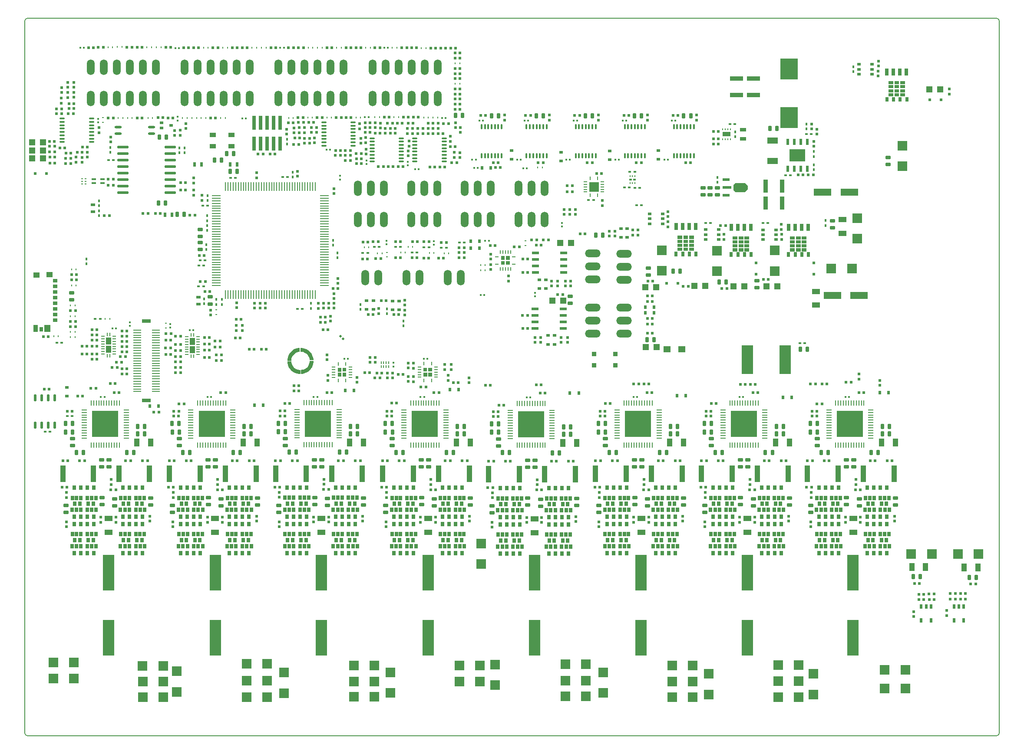
<source format=gbr>
G04 CAM350 V10.5 (Build 464) Date:  Wed Nov 01 10:35:18 2023 *
G04 Database: (Untitled) *
G04 Layer 8: gtp *
%FSLAX25Y25*%
%MOIN*%
%SFA1.000B1.000*%

%MIA0B0*%
%IPPOS*%
%AMA1gtp*
20,1,0.02200,-0.00660,0.00000,0.00660,0.00000,0.00000*
1,1,0.00680,-0.00660,-0.00760*
1,1,0.00680,-0.00660,0.00760*
20,1,0.00680,-0.00660,-0.00760,-0.00660,0.00760,0.00000*
1,1,0.00680,0.00660,-0.00760*
1,1,0.00680,0.00660,0.00760*
20,1,0.00680,0.00660,-0.00760,0.00660,0.00760,0.00000*
%
%AMA2gtp*
4,1,4,0.00000,0.01028,0.01028,0.00000,0.00000,-0.01028,-0.01028,0.00000,0.00000,0.01028,0.00000*
%
%AMA3gtp*
20,1,0.01320,-0.01100,0.00000,0.01100,0.00000,0.00000*
1,1,0.00680,-0.00760,0.00660*
1,1,0.00680,0.00760,0.00660*
20,1,0.00680,-0.00760,0.00660,0.00760,0.00660,0.00000*
1,1,0.00680,-0.00760,-0.00660*
1,1,0.00680,0.00760,-0.00660*
20,1,0.00680,-0.00760,-0.00660,0.00760,-0.00660,0.00000*
%
%AMA4gtp*
20,1,0.03740,-0.00875,0.00000,0.00875,0.00000,0.00000*
1,1,0.00960,-0.00875,-0.01390*
1,1,0.00960,-0.00875,0.01390*
20,1,0.00960,-0.00875,-0.01390,-0.00875,0.01390,0.00000*
1,1,0.00960,0.00875,-0.01390*
1,1,0.00960,0.00875,0.01390*
20,1,0.00960,0.00875,-0.01390,0.00875,0.01390,0.00000*
%
%AMA5gtp*
20,1,0.01750,-0.01870,0.00000,0.01870,0.00000,0.00000*
1,1,0.00960,-0.01390,0.00875*
1,1,0.00960,0.01390,0.00875*
20,1,0.00960,-0.01390,0.00875,0.01390,0.00875,0.00000*
1,1,0.00960,-0.01390,-0.00875*
1,1,0.00960,0.01390,-0.00875*
20,1,0.00960,-0.01390,-0.00875,0.01390,-0.00875,0.00000*
%
%ADD93C,0.00600*%
%ADD224C,0.02200*%
%ADD250O,0.05900X0.11900*%
%ADD251O,0.11900X0.05900*%
%ADD252R,0.03937X0.05315*%
%ADD253R,0.02359X0.01181*%
%ADD254R,0.02756X0.03543*%
%ADD255R,0.01201X0.01024*%
%ADD256R,0.05312X0.04918*%
%ADD257A1gtp*%
%ADD258R,0.08855X0.21847*%
%ADD259R,0.06099X0.00965*%
%ADD260R,0.06887X0.02950*%
%ADD261R,0.00984X0.01378*%
%ADD262R,0.01454X0.01454*%
%ADD263A2gtp*%
%ADD264A3gtp*%
%ADD265R,0.00784X0.02950*%
%ADD266R,0.02950X0.00784*%
%ADD267R,0.01378X0.00984*%
%ADD268R,0.04600X0.04600*%
%ADD269R,0.01965X0.01769*%
%ADD270R,0.00902X0.01375*%
%ADD271O,0.04524X0.01375*%
%ADD272A4gtp*%
%ADD273R,0.08855X0.27556*%
%ADD274R,0.13186X0.05312*%
%ADD275R,0.02162X0.02950*%
%ADD276O,0.01375X0.04524*%
%ADD277R,0.02950X0.02162*%
%ADD278R,0.06099X0.03343*%
%ADD279R,0.00784X0.01769*%
%ADD280R,0.01769X0.01965*%
%ADD281R,0.04721X0.02950*%
%ADD282A5gtp*%
%ADD283R,0.05312X0.02162*%
%ADD284R,0.06887X0.02162*%
%ADD285O,0.02950X0.00902*%
%ADD286O,0.00902X0.02950*%
%ADD287R,0.05800X0.02200*%
%ADD288R,0.07700X0.07700*%
%ADD289R,0.04131X0.06493*%
%ADD290R,0.01965X0.03737*%
%ADD291R,0.04328X0.12989*%
%ADD292R,0.02753X0.03540*%
%ADD293R,0.06493X0.04131*%
%ADD294R,0.00587X0.02359*%
%ADD295R,0.00587X0.02162*%
%ADD296O,0.04524X0.00784*%
%ADD297O,0.00784X0.04524*%
%ADD298R,0.19879X0.19879*%
%ADD299R,0.03737X0.02556*%
%ADD300R,0.04524X0.03934*%
%ADD301R,0.04524X0.04328*%
%ADD302R,0.04524X0.05509*%
%ADD303R,0.02531X0.03737*%
%ADD304R,0.03343X0.05312*%
%ADD305O,0.02162X0.05706*%
%ADD306R,0.02753X0.10824*%
%ADD307O,0.06887X0.00781*%
%ADD308O,0.00781X0.06887*%
%ADD309R,0.04524X0.03343*%
%ADD310O,0.08855X0.02162*%
%ADD311R,0.03147X0.02162*%
%ADD312R,0.02200X0.02200*%
%ADD313R,0.03343X0.03737*%
%ADD314R,0.03343X0.01375*%
%ADD315R,0.07800X0.07800*%
%ADD316R,0.02950X0.01965*%
%ADD317O,0.05509X0.01965*%
%ADD318R,0.03265X0.02438*%
%ADD319R,0.03540X0.10430*%
%ADD320R,0.08100X0.04800*%
%ADD321R,0.13580X0.15942*%
%ADD322R,0.01965X0.04721*%
%ADD323R,0.12005X0.09249*%
%ADD324R,0.02600X0.05400*%
%ADD325R,0.10430X0.03540*%
%ADD326R,0.02438X0.03265*%
%LNgtp*%
%LPD*%
G36*
X368420Y365544D02*
G01X365586D01*
Y368418*
X368420*
Y365544*
G37*
G36*
X368460Y361804D02*
G01X365586D01*
Y364638*
X368460*
Y361804*
G37*
G36*
X308779Y279804D02*
G01X305945D01*
Y282678*
X308779*
Y279804*
G37*
G36*
X243003Y279703D02*
G01X240169D01*
Y282577*
X243003*
Y279703*
G37*
G36*
X243043Y275963D02*
G01X240169D01*
Y278797*
X243043*
Y275963*
G37*
G36*
X372200Y365583D02*
G01X369326D01*
Y368418*
X372200*
Y365583*
G37*
G36*
Y361804D02*
G01X369365D01*
Y364678*
X372200*
Y361804*
G37*
G36*
X312559Y279843D02*
G01X309685D01*
Y282678*
X312559*
Y279843*
G37*
G36*
X246783Y279742D02*
G01X243909D01*
Y282577*
X246783*
Y279742*
G37*
G36*
X308819Y276063D02*
G01X305945D01*
Y278898*
X308819*
Y276063*
G37*
G36*
X246783Y275963D02*
G01X243948D01*
Y278837*
X246783*
Y275963*
G37*
G36*
X312559Y276063D02*
G01X309724D01*
Y278938*
X312559*
Y276063*
G37*
G36*
X671063Y500556D02*
G01X667520D01*
Y502918*
X671063*
Y500556*
G37*
G36*
X675591D02*
G01X672048D01*
Y502918*
X675591*
Y500556*
G37*
G36*
X671063Y497505D02*
G01X667520D01*
Y499867*
X671063*
Y497505*
G37*
G36*
X675591D02*
G01X672048D01*
Y499867*
X675591*
Y497505*
G37*
G36*
X671063Y491304D02*
G01X667520D01*
Y493666*
X671063*
Y491304*
G37*
G36*
X675591D02*
G01X672048D01*
Y493666*
X675591*
Y491304*
G37*
G36*
X504606Y381709D02*
G01X501063D01*
Y384071*
X504606*
Y381709*
G37*
G36*
X513661D02*
G01X510118D01*
Y384071*
X513661*
Y381709*
G37*
G36*
X590955Y381310D02*
G01X587412D01*
Y383672*
X590955*
Y381310*
G37*
G36*
X600010D02*
G01X596467D01*
Y383672*
X600010*
Y381310*
G37*
G36*
X551483Y381309D02*
G01X547940D01*
Y383671*
X551483*
Y381309*
G37*
G36*
X556011D02*
G01X552468D01*
Y383671*
X556011*
Y381309*
G37*
G36*
X504606Y378658D02*
G01X501063D01*
Y381020*
X504606*
Y378658*
G37*
G36*
X513661D02*
G01X510118D01*
Y381020*
X513661*
Y378658*
G37*
G36*
X551483Y378258D02*
G01X547940D01*
Y380620*
X551483*
Y378258*
G37*
G36*
X556011D02*
G01X552468D01*
Y380620*
X556011*
Y378258*
G37*
G36*
X504606Y375508D02*
G01X501063D01*
Y377870*
X504606*
Y375508*
G37*
G36*
X513661D02*
G01X510118D01*
Y377870*
X513661*
Y375508*
G37*
G36*
X590955Y375109D02*
G01X587412D01*
Y377471*
X590955*
Y375109*
G37*
G36*
X600010D02*
G01X596467D01*
Y377471*
X600010*
Y375109*
G37*
G36*
X551483Y375108D02*
G01X547940D01*
Y377470*
X551483*
Y375108*
G37*
G36*
X556011D02*
G01X552468D01*
Y377470*
X556011*
Y375108*
G37*
G36*
X504606Y372457D02*
G01X501063D01*
Y374819*
X504606*
Y372457*
G37*
G36*
X513661D02*
G01X510118D01*
Y374819*
X513661*
Y372457*
G37*
G36*
X590955Y372058D02*
G01X587412D01*
Y374420*
X590955*
Y372058*
G37*
G36*
X600010D02*
G01X596467D01*
Y374420*
X600010*
Y372058*
G37*
G36*
X551483Y372057D02*
G01X547940D01*
Y374419*
X551483*
Y372057*
G37*
G36*
X556011D02*
G01X552468D01*
Y374419*
X556011*
Y372057*
G37*
G36*
X587412Y367924D02*
G01X585050D01*
Y371467*
X587412*
Y367924*
G37*
G36*
X592530D02*
G01X590168D01*
Y371467*
X592530*
Y367924*
G37*
G36*
X602668D02*
G01X600306D01*
Y371467*
X602668*
Y367924*
G37*
G36*
X666536Y500556D02*
G01X662992D01*
Y502918*
X666536*
Y500556*
G37*
G36*
Y497505D02*
G01X662992D01*
Y499867*
X666536*
Y497505*
G37*
G36*
Y491304D02*
G01X662992D01*
Y493666*
X666536*
Y491304*
G37*
G36*
X662992Y487170D02*
G01X660630D01*
Y490714*
X662992*
Y487170*
G37*
G36*
X673130D02*
G01X670768D01*
Y490714*
X673130*
Y487170*
G37*
G36*
X678248D02*
G01X675886D01*
Y490714*
X678248*
Y487170*
G37*
G36*
X509134Y381709D02*
G01X505590D01*
Y384071*
X509134*
Y381709*
G37*
G36*
X595483Y381310D02*
G01X591939D01*
Y383672*
X595483*
Y381310*
G37*
G36*
X546956Y381309D02*
G01X543412D01*
Y383671*
X546956*
Y381309*
G37*
G36*
X509134Y378658D02*
G01X505590D01*
Y381020*
X509134*
Y378658*
G37*
G36*
X546956Y378258D02*
G01X543412D01*
Y380620*
X546956*
Y378258*
G37*
G36*
X509134Y375508D02*
G01X505590D01*
Y377870*
X509134*
Y375508*
G37*
G36*
X595483Y375109D02*
G01X591939D01*
Y377471*
X595483*
Y375109*
G37*
G36*
X546956Y375108D02*
G01X543412D01*
Y377470*
X546956*
Y375108*
G37*
G36*
X509134Y372457D02*
G01X505590D01*
Y374819*
X509134*
Y372457*
G37*
G36*
X595483Y372058D02*
G01X591939D01*
Y374420*
X595483*
Y372058*
G37*
G36*
X546956Y372057D02*
G01X543412D01*
Y374419*
X546956*
Y372057*
G37*
G36*
X501063Y368323D02*
G01X498701D01*
Y371867*
X501063*
Y368323*
G37*
G36*
X506181D02*
G01X503819D01*
Y371867*
X506181*
Y368323*
G37*
G36*
X516319D02*
G01X513957D01*
Y371867*
X516319*
Y368323*
G37*
G36*
X543412Y367923D02*
G01X541050D01*
Y371467*
X543412*
Y367923*
G37*
G36*
X553550D02*
G01X551188D01*
Y371467*
X553550*
Y367923*
G37*
G36*
X558668D02*
G01X556306D01*
Y371467*
X558668*
Y367923*
G37*
G36*
X671063Y494355D02*
G01X667520D01*
Y496718*
X671063*
Y494355*
G37*
G36*
X675591D02*
G01X672048D01*
Y496718*
X675591*
Y494355*
G37*
G36*
X590955Y378258D02*
G01X587412D01*
Y380621*
X590955*
Y378258*
G37*
G36*
X600010D02*
G01X596467D01*
Y380621*
X600010*
Y378258*
G37*
G36*
X597550Y367924D02*
G01X595187D01*
Y371467*
X597550*
Y367924*
G37*
G36*
X666536Y494355D02*
G01X662992D01*
Y496718*
X666536*
Y494355*
G37*
G36*
X668111Y487170D02*
G01X665748D01*
Y490714*
X668111*
Y487170*
G37*
G36*
X595483Y378258D02*
G01X591939D01*
Y380621*
X595483*
Y378258*
G37*
G36*
X511201Y368323D02*
G01X508838D01*
Y371867*
X511201*
Y368323*
G37*
G36*
X548531Y367923D02*
G01X546168D01*
Y371467*
X548531*
Y367923*
G37*
G36*
X552729Y417716D02*
G01X545229D01*
X543830Y419117*
X543829Y423316*
X545229Y424716*
X552729*
X555029Y422416*
Y420016*
X552729Y417716*
G37*
G36*
X221573Y288527D02*
G01X218573D01*
X218516Y289187*
X218210Y290476*
X217658Y291679*
X216882Y292752*
X215912Y293654*
X214785Y294348*
X213543Y294809*
X212236Y295019*
X211573Y295027*
Y298027*
X212533Y298052*
X214427Y297725*
X216220Y297036*
X217844Y296010*
X219237Y294686*
X220345Y293117*
X221126Y291361*
X221548Y289487*
X221573Y288527*
G37*
G36*
X204573Y288027D02*
G01X201573D01*
X201548Y288987*
X201875Y290881*
X202564Y292674*
X203590Y294298*
X204914Y295691*
X206483Y296799*
X208239Y297579*
X210113Y298002*
X211073Y298027*
Y295027*
X210413Y294970*
X209124Y294664*
X207921Y294112*
X206848Y293336*
X205946Y292366*
X205252Y291239*
X204791Y289997*
X204581Y288690*
X204573Y288027*
G37*
G36*
X212073Y278027D02*
G01Y281027D01*
X212733Y281084*
X214022Y281390*
X215225Y281942*
X216298Y282718*
X217200Y283688*
X217894Y284815*
X218355Y286057*
X218565Y287364*
X218573Y288027*
X221573*
X221598Y287067*
X221271Y285173*
X220582Y283380*
X219556Y281756*
X218232Y280363*
X216663Y279255*
X214907Y278475*
X213033Y278052*
X212073Y278027*
G37*
G36*
X210613Y278002D02*
G01X208719Y278329D01*
X206926Y279018*
X205302Y280044*
X203909Y281367*
X202801Y282937*
X202021Y284693*
X201598Y286567*
X201573Y287527*
X204573*
X204630Y286867*
X204936Y285578*
X205488Y284375*
X206264Y283302*
X207234Y282400*
X208361Y281706*
X209603Y281245*
X210910Y281035*
X211573Y281027*
Y278027*
X210613Y278002*
G37*
G54D250*
X50663Y513727D03*
X60663D03*
X70663D03*
X80662Y513702D03*
X90663Y513727D03*
X100663D03*
Y489427D03*
X90663D03*
X80663D03*
X70663Y489452D03*
X60663Y489427D03*
X50663D03*
X122729Y513727D03*
X132729D03*
X142730D03*
X152729Y513702D03*
X162730Y513727D03*
X172729D03*
Y489427D03*
X162730D03*
X152730D03*
X142730Y489452D03*
X132729Y489427D03*
X122729D03*
X194796Y513727D03*
X204796D03*
X214796D03*
X224796Y513702D03*
X234796Y513727D03*
X244796D03*
Y489427D03*
X234796D03*
X224796D03*
X214797Y489452D03*
X204796Y489427D03*
X194796D03*
X266863Y513727D03*
X276863D03*
X286863D03*
X296862Y513702D03*
X306863Y513727D03*
X316863D03*
Y489427D03*
X306863D03*
X296863D03*
X286863Y489452D03*
X276863Y489427D03*
X266863D03*
X389035Y420653D03*
X399035D03*
X379035D03*
X399035Y396653D03*
X379035D03*
X389035D03*
X303000Y352053D03*
X293000D03*
X265700Y396653D03*
X255700D03*
X275700D03*
X357800D03*
X337800D03*
X347800D03*
X316750D03*
X296750D03*
X306750D03*
X337800Y420653D03*
X357800D03*
X347800D03*
X296750D03*
X316750D03*
X306750D03*
X255700D03*
X275700D03*
X265700D03*
X334500Y352053D03*
X324500D03*
X271300D03*
X261300D03*
G54D251*
X436023Y308898D03*
Y328898D03*
Y318898D03*
Y350473D03*
Y370473D03*
Y360473D03*
X459842Y328898D03*
Y308898D03*
Y318898D03*
Y370375D03*
Y350375D03*
Y360374D03*
G54D252*
X128557Y296443D03*
Y302939D03*
X64263Y296779D03*
X64262Y303276D03*
G54D253*
X465071Y427189D03*
X467830D03*
G54D254*
X645016Y173526D03*
X651905D03*
X648461D03*
X645291Y182699D03*
X647220Y178211D03*
X651098D03*
X648598Y182699D03*
X651905D03*
X656709D03*
X660016D03*
X657516Y178211D03*
X661394D03*
X663323Y182699D03*
X660153Y173526D03*
X656709D03*
X663598D03*
X661807Y168211D03*
X656807D03*
X651807D03*
X646807D03*
X645016Y145573D03*
X651905D03*
X648461D03*
X645291Y154746D03*
X647220Y150258D03*
X651098D03*
X648598Y154746D03*
X651905D03*
X656709D03*
X660016D03*
X657516Y150258D03*
X661394D03*
X663323Y154746D03*
X660153Y145573D03*
X656709D03*
X663598D03*
X661807Y140258D03*
X656807D03*
X651807D03*
X646807D03*
X609558Y168211D03*
X614558D03*
X619558D03*
X624558D03*
X626349Y173526D03*
X619460D03*
X622905D03*
X626074Y182699D03*
X624145Y178211D03*
X620267D03*
X622767Y182699D03*
X619460D03*
X614656D03*
X611349D03*
X613849Y178211D03*
X609971D03*
X608042Y182699D03*
X611212Y173526D03*
X614656D03*
X607767D03*
Y145573D03*
X614656D03*
X611212D03*
X608042Y154746D03*
X609971Y150258D03*
X613849D03*
X611349Y154746D03*
X614656D03*
X619460D03*
X622767D03*
X620267Y150258D03*
X624145D03*
X626074Y154746D03*
X622905Y145573D03*
X619460D03*
X626349D03*
X624558Y140258D03*
X619558D03*
X614558D03*
X609558D03*
X563716Y173526D03*
X570605D03*
X567161D03*
X563991Y182699D03*
X565920Y178211D03*
X569798D03*
X567298Y182699D03*
X570605D03*
X575408D03*
X578716D03*
X576216Y178211D03*
X580093D03*
X582023Y182699D03*
X578853Y173526D03*
X575408D03*
X582298D03*
X580507Y168211D03*
X575507D03*
X570507D03*
X565507D03*
X526467Y173526D03*
X533357D03*
X529912D03*
X526742Y182699D03*
X528671Y178211D03*
X532549D03*
X530049Y182699D03*
X533357D03*
X538160D03*
X541467D03*
X538967Y178211D03*
X542845D03*
X544774Y182699D03*
X541605Y173526D03*
X538160D03*
X545050D03*
X543258Y168211D03*
X538258D03*
X533258D03*
X528258D03*
X526467Y145573D03*
X533357D03*
X529912D03*
X526742Y154746D03*
X528671Y150258D03*
X532550D03*
X530049Y154746D03*
X533357D03*
X538160D03*
X541467D03*
X538967Y150258D03*
X542845D03*
X544774Y154746D03*
X541605Y145573D03*
X538160D03*
X545050D03*
X543258Y140258D03*
X538258D03*
X533258D03*
X528258D03*
X400360Y173228D03*
X407250D03*
X403805D03*
X400636Y182401D03*
X402565Y177913D03*
X406443D03*
X403943Y182401D03*
X407250D03*
X412053D03*
X415360D03*
X412860Y177913D03*
X416738D03*
X418667Y182401D03*
X415498Y173228D03*
X412053D03*
X418943D03*
X417151Y167913D03*
X412151D03*
X407151D03*
X402151D03*
X445167Y173526D03*
X452057D03*
X448612D03*
X445442Y182699D03*
X447371Y178211D03*
X451249D03*
X448749Y182699D03*
X452057D03*
X456860D03*
X460167D03*
X457667Y178211D03*
X461545D03*
X463474Y182699D03*
X460305Y173526D03*
X456860D03*
X463750D03*
X461958Y168211D03*
X456958D03*
X451958D03*
X446958D03*
X482416Y173526D03*
X489305D03*
X485860D03*
X482691Y182699D03*
X484620Y178211D03*
X488498D03*
X485998Y182699D03*
X489305D03*
X494108D03*
X497416D03*
X494916Y178211D03*
X498793D03*
X500723Y182699D03*
X497553Y173526D03*
X494108D03*
X500998D03*
X499207Y168211D03*
X494207D03*
X489207D03*
X484207D03*
X482416Y145573D03*
X489305D03*
X485861D03*
X482691Y154746D03*
X484620Y150258D03*
X488498D03*
X485998Y154746D03*
X489305D03*
X494108D03*
X497416D03*
X494916Y150258D03*
X498794D03*
X500723Y154746D03*
X497553Y145573D03*
X494108D03*
X500998D03*
X499207Y140258D03*
X494207D03*
X489207D03*
X484207D03*
X445167Y145573D03*
X452057D03*
X448612D03*
X445442Y154746D03*
X447371Y150258D03*
X451250D03*
X448749Y154746D03*
X452057D03*
X456860D03*
X460167D03*
X457667Y150258D03*
X461545D03*
X463474Y154746D03*
X460305Y145573D03*
X456860D03*
X463750D03*
X461958Y140258D03*
X456958D03*
X451958D03*
X446958D03*
X363111Y173228D03*
X370001D03*
X366556D03*
X363387Y182401D03*
X365316Y177913D03*
X369194D03*
X366694Y182401D03*
X370001D03*
X374804D03*
X378111D03*
X375611Y177913D03*
X379489D03*
X381418Y182401D03*
X378249Y173228D03*
X374804D03*
X381694D03*
X379903Y167913D03*
X374903D03*
X369903D03*
X364903D03*
X363111Y145275D03*
X370001D03*
X366556D03*
X363387Y154448D03*
X365316Y149960D03*
X369194D03*
X366694Y154448D03*
X370001D03*
X374804D03*
X378111D03*
X375611Y149960D03*
X379489D03*
X381418Y154448D03*
X378249Y145275D03*
X374804D03*
X381694D03*
X379903Y139960D03*
X374903D03*
X369903D03*
X364903D03*
X400360Y145275D03*
X407250D03*
X403805D03*
X400636Y154448D03*
X402565Y149960D03*
X406443D03*
X403943Y154448D03*
X407250D03*
X412053D03*
X415360D03*
X412860Y149960D03*
X416738D03*
X418667Y154448D03*
X415498Y145275D03*
X412053D03*
X418943D03*
X417151Y139960D03*
X412151D03*
X407151D03*
X402151D03*
X281584Y173526D03*
X288474D03*
X285029D03*
X281860Y182699D03*
X283789Y178211D03*
X287667D03*
X285167Y182699D03*
X288474D03*
X293277D03*
X296584D03*
X294084Y178211D03*
X297962D03*
X299891Y182699D03*
X296722Y173526D03*
X293277D03*
X300167D03*
X298375Y168211D03*
X293375D03*
X288375D03*
X283376D03*
X318833Y145573D03*
X325723D03*
X322278D03*
X319109Y154746D03*
X321038Y150258D03*
X324916D03*
X322416Y154746D03*
X325723D03*
X330526D03*
X333833D03*
X331333Y150258D03*
X335211D03*
X337140Y154746D03*
X333971Y145573D03*
X330526D03*
X337416D03*
X335624Y140258D03*
X330624D03*
X325624D03*
X320624D03*
X318833Y173526D03*
X325723D03*
X322278D03*
X319109Y182699D03*
X321038Y178211D03*
X324916D03*
X322416Y182699D03*
X325723D03*
X330526D03*
X333833D03*
X331333Y178211D03*
X335211D03*
X337140Y182699D03*
X333971Y173526D03*
X330526D03*
X337416D03*
X335624Y168211D03*
X330624D03*
X325624D03*
X320624D03*
X236777Y173622D03*
X243667D03*
X240222D03*
X237053Y182795D03*
X238982Y178307D03*
X242860D03*
X240360Y182795D03*
X243667D03*
X248470D03*
X251777D03*
X249277Y178307D03*
X253155D03*
X255084Y182795D03*
X251915Y173622D03*
X248470D03*
X255360D03*
X253569Y168307D03*
X248569D03*
X243569D03*
X238569D03*
X281584Y145573D03*
X288474D03*
X285029D03*
X281860Y154746D03*
X283789Y150258D03*
X287667D03*
X285167Y154746D03*
X288474D03*
X293277D03*
X296584D03*
X294084Y150258D03*
X297962D03*
X299891Y154746D03*
X296722Y145573D03*
X293277D03*
X300167D03*
X298375Y140258D03*
X293375D03*
X288375D03*
X283376D03*
X236777Y145669D03*
X243667D03*
X240222D03*
X237053Y154842D03*
X238982Y150354D03*
X242860D03*
X240360Y154842D03*
X243667D03*
X248470D03*
X251777D03*
X249277Y150354D03*
X253155D03*
X255084Y154842D03*
X251915Y145669D03*
X248470D03*
X255360D03*
X253569Y140354D03*
X248569D03*
X243569D03*
X238569D03*
X199529Y173622D03*
X206418D03*
X202974D03*
X199804Y182795D03*
X201733Y178307D03*
X205611D03*
X203111Y182795D03*
X206418D03*
X211222D03*
X214529D03*
X212029Y178307D03*
X215906D03*
X217836Y182795D03*
X214666Y173622D03*
X211222D03*
X218111D03*
X216320Y168307D03*
X211320D03*
X206320D03*
X201320D03*
X199529Y145669D03*
X206418D03*
X202974D03*
X199804Y154842D03*
X201733Y150354D03*
X205611D03*
X203111Y154842D03*
X206418D03*
X211222D03*
X214529D03*
X212029Y150354D03*
X215906D03*
X217836Y154842D03*
X214666Y145669D03*
X211222D03*
X218111D03*
X216320Y140354D03*
X211320D03*
X206320D03*
X201320D03*
X155250Y173526D03*
X162140D03*
X158695D03*
X155526Y182699D03*
X157455Y178211D03*
X161333D03*
X158833Y182699D03*
X162140D03*
X166943D03*
X170250D03*
X167750Y178211D03*
X171628D03*
X173557Y182699D03*
X170388Y173526D03*
X166943D03*
X173833D03*
X172042Y168211D03*
X167042D03*
X162042D03*
X157042D03*
X118001Y173526D03*
X124891D03*
X121446D03*
X118277Y182699D03*
X120206Y178211D03*
X124084D03*
X121584Y182699D03*
X124891D03*
X129694D03*
X133001D03*
X130501Y178211D03*
X134379D03*
X136308Y182699D03*
X133139Y173526D03*
X129694D03*
X136584D03*
X134793Y168211D03*
X129793D03*
X124793D03*
X119793D03*
X118001Y145573D03*
X124891D03*
X121446D03*
X118277Y154746D03*
X120206Y150258D03*
X124084D03*
X121584Y154746D03*
X124891D03*
X129694D03*
X133001D03*
X130501Y150258D03*
X134379D03*
X136308Y154746D03*
X133139Y145573D03*
X129694D03*
X136584D03*
X134793Y140258D03*
X129793D03*
X124793D03*
X119793D03*
X155250Y145573D03*
X162140D03*
X158695D03*
X155526Y154746D03*
X157455Y150258D03*
X161333D03*
X158833Y154746D03*
X162140D03*
X166943D03*
X170250D03*
X167750Y150258D03*
X171628D03*
X173557Y154746D03*
X170388Y145573D03*
X166943D03*
X173833D03*
X172042Y140258D03*
X167042D03*
X162042D03*
X157042D03*
X563716Y145573D03*
X570605D03*
X567161D03*
X563991Y154746D03*
X565920Y150258D03*
X569798D03*
X567298Y154746D03*
X570605D03*
X575408D03*
X578716D03*
X576216Y150258D03*
X580093D03*
X582023Y154746D03*
X578853Y145573D03*
X575408D03*
X582298D03*
X580507Y140258D03*
X575507D03*
X570507D03*
X565507D03*
X36210Y173526D03*
X43100D03*
X39655D03*
X36486Y182699D03*
X38415Y178211D03*
X42293D03*
X39793Y182699D03*
X43100D03*
X47903D03*
X51210D03*
X48710Y178211D03*
X52588D03*
X54517Y182699D03*
X51348Y173526D03*
X47903D03*
X54793D03*
X53001Y168211D03*
X48001D03*
X43001D03*
X38001D03*
X73459Y173526D03*
X80349D03*
X76904D03*
X73735Y182699D03*
X75664Y178211D03*
X79541D03*
X77041Y182699D03*
X80349D03*
X85152D03*
X88459D03*
X85959Y178211D03*
X89837D03*
X91766Y182699D03*
X88597Y173526D03*
X85152D03*
X92042D03*
X90250Y168211D03*
X85250D03*
X80250D03*
X75250D03*
X73459Y145573D03*
X80349D03*
X76904D03*
X73735Y154746D03*
X75664Y150258D03*
X79541D03*
X77041Y154746D03*
X80349D03*
X85152D03*
X88459D03*
X85959Y150258D03*
X89837D03*
X91766Y154746D03*
X88597Y145573D03*
X85152D03*
X92042D03*
X90250Y140258D03*
X85250D03*
X80250D03*
X75250D03*
X36210Y145573D03*
X43100D03*
X39655D03*
X36486Y154746D03*
X38415Y150258D03*
X42293D03*
X39793Y154746D03*
X43100D03*
X47903D03*
X51210D03*
X48710Y150258D03*
X52588D03*
X54517Y154746D03*
X51348Y145573D03*
X47903D03*
X54793D03*
X53001Y140258D03*
X48001D03*
X43001D03*
X38001D03*
G54D255*
X46627Y428001D03*
Y426036D03*
X46628Y424066D03*
X43971Y424067D03*
X43972Y426034D03*
X43970Y428003D03*
G54D256*
X504382Y297027D03*
X492964D03*
G54D257*
X560683Y269804D03*
X556893D03*
X553039D03*
X549249D03*
X289363Y528427D03*
X293153D03*
X89963Y528927D03*
X86173D03*
X82263D03*
X78473D03*
X181663Y296927D03*
X185453D03*
X172263Y296847D03*
X176053D03*
X147075Y288342D03*
X150865D03*
X150875Y292609D03*
X147085D03*
X149875Y298648D03*
X146085D03*
X149840Y303291D03*
X146050D03*
X141675Y290609D03*
X137885D03*
X141675Y296142D03*
X137885D03*
X141740Y300891D03*
X137950D03*
X141775Y305891D03*
X137985D03*
X111863Y297927D03*
X108073D03*
X112163Y309027D03*
X108373D03*
X119516Y300529D03*
X115726D03*
X119516Y307029D03*
X115726D03*
X119516Y295929D03*
X115726D03*
X119516Y291229D03*
X115726D03*
X119516Y287129D03*
X115726D03*
X119526Y283029D03*
X115736D03*
X112063Y303927D03*
X108273D03*
X111963Y292827D03*
X108173D03*
X119516Y278829D03*
X115726D03*
X78463Y310827D03*
X74673D03*
X78463Y306927D03*
X74673D03*
X78463Y302927D03*
X74673D03*
X78463Y298927D03*
X74673D03*
X78463Y295027D03*
X74673D03*
X77163Y291127D03*
X73373D03*
X74163Y287027D03*
X70373D03*
X78463Y281927D03*
X74673D03*
X70863Y282827D03*
X67073D03*
X78463Y277927D03*
X74673D03*
X50763Y266927D03*
X54553D03*
X69463Y270627D03*
X65673D03*
X55363Y311927D03*
X51573D03*
X55363Y308027D03*
X51573D03*
X55363Y303927D03*
X51573D03*
X47763Y299127D03*
X43973D03*
X55363Y299327D03*
X51573D03*
X47763Y293127D03*
X43973D03*
X55383D03*
X51593D03*
X55383Y289227D03*
X51593D03*
X630373Y271527D03*
X634163D03*
X467373Y270127D03*
X471163D03*
X210353Y268827D03*
X206563D03*
X475273Y270127D03*
X479063D03*
X210353Y264966D03*
X206563D03*
X353673Y269227D03*
X357463D03*
X396353Y269427D03*
X392563D03*
X328973Y271127D03*
X332763D03*
X318563Y436827D03*
X322353D03*
X330663Y528227D03*
X326873D03*
X286663Y437127D03*
X290453D03*
X330163Y492927D03*
X333953D03*
X331563Y440127D03*
X327773D03*
X333963Y512527D03*
X330173D03*
X210263Y454127D03*
X206473D03*
X282763Y437127D03*
X278973D03*
X330163Y504827D03*
X333953D03*
X319263Y528327D03*
X323053D03*
X280663Y462752D03*
X284453D03*
X330163Y524427D03*
X333953D03*
X285917Y470527D03*
X289707D03*
X298163Y475127D03*
X301953D03*
X209763Y475027D03*
X213553D03*
X325163Y470327D03*
X321373D03*
X268763Y528427D03*
X272553D03*
X330163Y496827D03*
X333953D03*
X271463Y437227D03*
X275253D03*
X254263Y528627D03*
X258053D03*
X206198Y528527D03*
X202408D03*
X261263Y463427D03*
X265053D03*
X284463Y466527D03*
X280673D03*
X330163Y489227D03*
X333953D03*
X317263Y462727D03*
X321053D03*
X296963Y528427D03*
X300753D03*
X231963Y528627D03*
X235753D03*
X330163Y485227D03*
X333953D03*
X275963Y475127D03*
X279753D03*
X254363Y447127D03*
X258153D03*
X330463Y452727D03*
X326673D03*
X278363Y470527D03*
X282153D03*
X290563Y475127D03*
X294353D03*
X330163Y520527D03*
X333953D03*
X313450Y462727D03*
X309660D03*
X246663Y528627D03*
X250453D03*
X311663Y528327D03*
X315453D03*
X310883Y436927D03*
X314673D03*
X37163Y477927D03*
X33373D03*
X86263Y474627D03*
X90053D03*
X44263Y452327D03*
X48053D03*
X67863Y474627D03*
X64073D03*
X31661Y447440D03*
X35451D03*
X109863Y474727D03*
X113653D03*
X19063Y452827D03*
X22853D03*
X30663Y451627D03*
X26873D03*
X22863Y448727D03*
X19073D03*
X102163Y474754D03*
X105953D03*
X43963Y448227D03*
X40173D03*
X142663Y474427D03*
X146453D03*
X246063Y445827D03*
X249853D03*
X188863Y528527D03*
X192653D03*
X246063Y449727D03*
X249853D03*
X242363Y449627D03*
X238573D03*
X246063Y441927D03*
X249853D03*
X238463Y445827D03*
X242253D03*
X239090Y474988D03*
X242880D03*
X246690D03*
X250480D03*
X210049Y471127D03*
X213839D03*
X207163Y459327D03*
X210953D03*
X202163Y470827D03*
X205953D03*
X224363Y475027D03*
X228153D03*
X217963Y471127D03*
X221753D03*
X48873Y528627D03*
X52663D03*
X56463Y528927D03*
X60253D03*
X333933Y481327D03*
X330193D03*
X112053Y528977D03*
X108263D03*
X166901Y528527D03*
X170691D03*
X129673Y528627D03*
X133463D03*
X159273Y528527D03*
X163063D03*
X121973Y528627D03*
X125763D03*
X144473D03*
X148263D03*
X210073Y528527D03*
X213863D03*
X272653Y462827D03*
X268863D03*
X294173Y470427D03*
X297963D03*
X330173Y508627D03*
X333963D03*
X337252Y367151D03*
X333462D03*
X337232Y371088D03*
X333442D03*
X333472Y374926D03*
X337262D03*
X317652Y366802D03*
X321442D03*
X319762Y378969D03*
X323551D03*
X306346Y366799D03*
X310136D03*
X306384Y379575D03*
X310174D03*
X301385Y379612D03*
X297595D03*
X301031Y367151D03*
X297242D03*
X284587Y367268D03*
X288376D03*
X284599Y379641D03*
X288389D03*
X269440Y366671D03*
X273230D03*
X259285Y366356D03*
X263075D03*
X267458Y379513D03*
X271248D03*
X259598Y379270D03*
X263388D03*
X353669Y476526D03*
X349929D03*
X361263Y436427D03*
X365053D03*
X363341Y440392D03*
X359551D03*
X388168Y476526D03*
X384428D03*
X397841Y440392D03*
X394051D03*
X425868Y476526D03*
X422128D03*
X435541Y440392D03*
X431751D03*
X463568Y476526D03*
X459828D03*
X501268D03*
X497528D03*
X510940Y440392D03*
X507151D03*
X532321Y454479D03*
X528531D03*
X532331Y458527D03*
X528541D03*
X532321Y464379D03*
X528531D03*
X386025Y355943D03*
X382236D03*
X357245Y376693D03*
X361035D03*
X401857Y380930D03*
X398067D03*
X389067Y380929D03*
X392857D03*
X392492Y377006D03*
X396232D03*
X386025Y366278D03*
X382236D03*
X379529Y375726D03*
X375740D03*
X430120Y385471D03*
X426330D03*
X385927Y322872D03*
X382137D03*
X386025Y312914D03*
X382236D03*
X466773Y388719D03*
X470562D03*
X470573Y384486D03*
X466783D03*
X481665Y337833D03*
X477925D03*
X481709Y333699D03*
X477919D03*
X477910Y320411D03*
X481700D03*
X477910Y316376D03*
X481700D03*
X682946Y117007D03*
X686686D03*
X694248Y104421D03*
X698038D03*
X694148Y108817D03*
X697937D03*
X690070Y108661D03*
X686280D03*
X686266Y104519D03*
X690055D03*
X600709Y211222D03*
X604499D03*
X648957Y211253D03*
X652746D03*
X665746Y211153D03*
X661956D03*
X641456Y189053D03*
X637667D03*
X560157D03*
X556367D03*
X518819Y190848D03*
X522609D03*
X600119D03*
X603909D03*
X617423Y211124D03*
X613633D03*
X640227Y263623D03*
X644017D03*
X567657Y211253D03*
X571446D03*
X584446Y211153D03*
X580657D03*
X558927Y263623D03*
X562717D03*
X477627D03*
X481417D03*
X536123Y211124D03*
X532333D03*
X519409Y211222D03*
X523199D03*
X322774Y211253D03*
X326564D03*
X503146Y211153D03*
X499356D03*
X486356Y211253D03*
X490146D03*
X454823Y211124D03*
X451033D03*
X438109Y211222D03*
X441899D03*
X437519Y190848D03*
X441308D03*
X478857Y189053D03*
X475067D03*
X404301Y210956D03*
X408091D03*
X421091Y210856D03*
X417301D03*
X286586Y277597D03*
X290326D03*
X274136Y278679D03*
X270346D03*
X264637Y278876D03*
X260897D03*
X272511Y274841D03*
X268771D03*
X395572Y263325D03*
X399362D03*
X372767Y210826D03*
X368977D03*
X356054Y210925D03*
X359843D03*
X396801Y188755D03*
X393011D03*
X355463Y190551D03*
X359253D03*
X273936Y190848D03*
X277726D03*
X315274Y189053D03*
X311484D03*
X339564Y211153D03*
X335774D03*
X314045Y263623D03*
X317834D03*
X304148Y267781D03*
X307937D03*
X274527Y211222D03*
X278316D03*
X291240Y211124D03*
X287450D03*
X232733Y311927D03*
X228993D03*
X226856Y317507D03*
X230646D03*
X226856Y321641D03*
X230646D03*
X231989Y263718D03*
X235779D03*
X209185Y211220D03*
X205395D03*
X192471Y211318D03*
X196261D03*
X257508Y211249D03*
X253718D03*
X240718Y211349D03*
X244508D03*
X233218Y189149D03*
X229429D03*
X191881Y190944D03*
X195670D03*
X150462Y263623D03*
X154252D03*
X606835Y270278D03*
X603045D03*
X159191Y211253D03*
X162981D03*
X175981Y211153D03*
X172191D03*
X127657Y211124D03*
X123868D03*
X110944Y211222D03*
X114734D03*
X151691Y189053D03*
X147901D03*
X110353Y190848D03*
X114143D03*
X99063Y248727D03*
X102853D03*
X68671Y263623D03*
X72461D03*
X29153Y211222D03*
X32942D03*
X42076Y211124D03*
X45866D03*
X90400Y211153D03*
X94190D03*
X81190Y211253D03*
X77400D03*
X66110Y189053D03*
X69900D03*
X32352Y190848D03*
X28562D03*
X726080Y116461D03*
X729820D03*
X469451Y440392D03*
X473241D03*
X64817Y399529D03*
X61027D03*
X607946Y249353D03*
X604157D03*
X611921Y254827D03*
X608131D03*
X604172Y245552D03*
X607912D03*
X526646Y249353D03*
X522856D03*
X530720Y255123D03*
X526931D03*
X522872Y245552D03*
X526612D03*
X445346Y249353D03*
X441557D03*
X449421Y255123D03*
X445631D03*
X441572Y245552D03*
X445312D03*
X363291Y249055D03*
X359501D03*
X367728Y254040D03*
X363938D03*
X359517Y245254D03*
X363257D03*
X281764Y249353D03*
X277974D03*
X285346Y255418D03*
X281556D03*
X277990Y245552D03*
X281730D03*
X199708Y249449D03*
X195918D03*
X203457Y255319D03*
X199667D03*
X195934Y245647D03*
X199674D03*
X118181Y249353D03*
X114391D03*
X122157Y255024D03*
X118368D03*
X114407Y245552D03*
X118147D03*
X481763Y309093D03*
X477973D03*
X478200Y349250D03*
X481990D03*
X570608Y350529D03*
X566819D03*
X538870Y343640D03*
X535080D03*
X509244Y345215D03*
X505454D03*
X615684Y270298D03*
X611894D03*
X40513Y260930D03*
X44303D03*
X32600Y249353D03*
X36390D03*
X710449Y104881D03*
X714239D03*
X722049Y104781D03*
X718260D03*
X722039Y109181D03*
X718249D03*
X714249Y109081D03*
X710460D03*
X138491Y348952D03*
X134701D03*
X14868Y266222D03*
X18658D03*
X165463Y305623D03*
X161673D03*
X236563Y343627D03*
X240353D03*
X166125Y320027D03*
X162335D03*
X137800Y369001D03*
X134010D03*
X90800Y401153D03*
X94590D03*
X104000D03*
X100210D03*
X277462Y334092D03*
X273673D03*
X138305Y341167D03*
X142094D03*
X36000Y354201D03*
X39790D03*
X36000Y350101D03*
X39790D03*
X35101Y326501D03*
X38890D03*
X38900Y314301D03*
X35110D03*
X38900Y318301D03*
X35110D03*
X19180Y440027D03*
X22970D03*
X19180Y444427D03*
X22970D03*
X537856Y391984D03*
X534066D03*
X22663Y456727D03*
X18873D03*
X64100Y423053D03*
X67890D03*
X64100Y427453D03*
X67890D03*
X119600Y424753D03*
X123390D03*
X119500Y419253D03*
X123290D03*
X130600Y400053D03*
X126810D03*
X412895Y339014D03*
X409106D03*
X442805Y431980D03*
X439015D03*
X420249Y417799D03*
X416459D03*
X14269Y306619D03*
X18059D03*
X420249Y422523D03*
X416459D03*
X188300Y446990D03*
X192090D03*
X182900Y446890D03*
X179110D03*
X267452Y323623D03*
X263662D03*
X286967Y323647D03*
X283177D03*
X593621Y430844D03*
X597411D03*
X601421D03*
X605211D03*
G54D258*
X554606Y288827D03*
X583740D03*
G54D259*
X86376Y284090D03*
Y291964D03*
Y299838D03*
Y307712D03*
Y270311D03*
Y268342D03*
Y266373D03*
Y264405D03*
Y303775D03*
Y301807D03*
Y297869D03*
Y295901D03*
Y293933D03*
Y289995D03*
Y288027D03*
Y286059D03*
Y282121D03*
Y280153D03*
Y311649D03*
Y309681D03*
Y305743D03*
Y278185D03*
Y276216D03*
Y274247D03*
Y272279D03*
X100549Y284090D03*
Y291964D03*
Y299838D03*
Y307712D03*
Y270311D03*
Y268342D03*
Y266373D03*
Y264405D03*
Y303775D03*
Y301807D03*
Y297869D03*
Y295901D03*
Y293933D03*
Y289995D03*
Y288027D03*
Y286059D03*
Y282121D03*
Y280153D03*
Y311649D03*
Y309681D03*
Y305743D03*
Y278185D03*
Y276216D03*
Y274247D03*
Y272279D03*
G54D260*
X93463Y318539D03*
Y257515D03*
G54D224*
X203502Y284484D03*
G54D261*
X282091Y528427D03*
X285634D03*
X97234Y528927D03*
X93691D03*
X67434D03*
X63891D03*
X235434Y475027D03*
X231891D03*
X333834Y500827D03*
X330291D03*
X202491Y474727D03*
X206034D03*
X261791Y528527D03*
X265334D03*
X268791Y475127D03*
X272335D03*
X224691Y528627D03*
X228235D03*
X309734Y475027D03*
X306191D03*
X333834Y516527D03*
X330291D03*
X304391Y528327D03*
X307935D03*
X220753Y475027D03*
X217209D03*
X283391Y475127D03*
X286934D03*
X239391Y528627D03*
X242934D03*
X257725Y474888D03*
X254182D03*
X75234Y474627D03*
X71691D03*
X78891D03*
X82434D03*
X94591D03*
X98134D03*
X124534Y474577D03*
X120991D03*
X128291Y474627D03*
X131834D03*
X135391D03*
X138934D03*
X153834Y474427D03*
X150291D03*
X74634Y529127D03*
X71091D03*
X313291Y475027D03*
X316834D03*
X104634Y528927D03*
X101091D03*
X174420Y528527D03*
X177963D03*
X140734D03*
X137191D03*
X181620D03*
X185163D03*
X151991Y528627D03*
X155534D03*
X217591D03*
X221134D03*
X321822Y370707D03*
X325365D03*
X314047Y370904D03*
X310503D03*
X297708Y375431D03*
X294165D03*
X292098Y371396D03*
X288555D03*
X270740Y370707D03*
X274283D03*
X264047Y375234D03*
X260503D03*
X393791Y436527D03*
X397334D03*
X65244Y320320D03*
X61701D03*
X39371Y345994D03*
X35828D03*
X35028Y330501D03*
X38572D03*
Y306230D03*
X35028D03*
Y322401D03*
X38572D03*
Y310301D03*
X35028D03*
X353374Y357543D03*
X349831D03*
Y361677D03*
X353374D03*
X25750Y306807D03*
X22207D03*
X35828Y358201D03*
X39371D03*
G54D262*
X278741Y528427D03*
X275985D03*
X45241D03*
X42485D03*
X126680Y311491D03*
X129435D03*
X69991Y312827D03*
X67236D03*
X169741Y474127D03*
X166985D03*
X118241Y528327D03*
X115485D03*
X196085Y528527D03*
X198841D03*
X261112Y475088D03*
X263868D03*
X322941Y474627D03*
X320185D03*
X231485Y450227D03*
X234241D03*
X349043Y472647D03*
X351799D03*
X343459Y442557D03*
X346215D03*
X383543Y472647D03*
X386299D03*
X377959Y442557D03*
X380715D03*
X421243Y472647D03*
X423999D03*
X415659Y442557D03*
X418415D03*
X344885Y436127D03*
X347641D03*
X453359Y442557D03*
X456115D03*
X458943Y472647D03*
X461699D03*
X496643D03*
X499399D03*
X352750Y338423D03*
X349994D03*
X306369Y289604D03*
X309125D03*
X245149D03*
X247905D03*
X493814Y442557D03*
X491058D03*
X629971Y260238D03*
X632727D03*
X548671D03*
X551427D03*
X467372D03*
X470127D03*
X385316Y259941D03*
X388072D03*
X303789Y260238D03*
X306545D03*
X221733Y260334D03*
X224489D03*
X140206Y260238D03*
X142962D03*
X385464Y435864D03*
X382708D03*
X58415Y260238D03*
X61171D03*
X299508Y435360D03*
X302264D03*
X353445Y380355D03*
X356201D03*
G54D263*
X242429Y306861D03*
X244378Y304912D03*
G54D264*
X225363Y328327D03*
Y332117D03*
X162563Y332617D03*
Y328827D03*
X640363Y274037D03*
Y277827D03*
X341063Y275017D03*
Y271227D03*
X309663Y470427D03*
Y466637D03*
X276763Y462827D03*
Y466617D03*
X297645Y462727D03*
Y466517D03*
X317463Y470427D03*
Y466637D03*
X262063Y450727D03*
Y446937D03*
X294863Y456827D03*
Y453037D03*
X301645Y462727D03*
Y466517D03*
X265063Y467227D03*
Y471017D03*
X214763Y455127D03*
Y458917D03*
X268963Y467227D03*
Y471017D03*
X333863Y444188D03*
Y447978D03*
X334413Y467402D03*
Y463613D03*
X261763Y455627D03*
Y459417D03*
X329663Y444288D03*
Y448078D03*
X313463Y466627D03*
Y470417D03*
X305645Y462727D03*
Y466517D03*
X326663Y456627D03*
Y460417D03*
X272953Y470617D03*
Y466827D03*
X293745Y462727D03*
Y466517D03*
X294363Y449227D03*
Y445437D03*
X257863Y458927D03*
Y455137D03*
X24363Y481627D03*
Y477837D03*
X37763Y485727D03*
Y481937D03*
X33963Y485727D03*
Y481937D03*
X28363Y477827D03*
Y481617D03*
X47963Y444427D03*
Y448217D03*
X43863Y440527D03*
Y444317D03*
X57063Y463327D03*
Y467117D03*
X31363Y439727D03*
Y443517D03*
X35463Y439727D03*
Y443517D03*
X39463Y440627D03*
Y444417D03*
X256963Y470127D03*
Y466337D03*
X214663Y467127D03*
Y463337D03*
X218663Y458927D03*
Y455137D03*
X123663Y470227D03*
Y466437D03*
X210649Y463327D03*
Y467117D03*
X206563Y463227D03*
Y467017D03*
X219863Y463427D03*
Y467217D03*
X223863Y463427D03*
Y467217D03*
X222363Y455427D03*
Y459217D03*
X261263Y467227D03*
Y471017D03*
X254563Y439427D03*
Y443217D03*
X28263Y497917D03*
Y494127D03*
X27963Y489817D03*
Y486027D03*
X37754Y498242D03*
Y502032D03*
X33054Y498242D03*
Y502032D03*
X37663Y494317D03*
Y490527D03*
X33054Y494121D03*
Y490332D03*
X258463Y443217D03*
Y439427D03*
X330486Y470981D03*
Y467192D03*
X327363Y285097D03*
Y281357D03*
X240263Y351217D03*
Y347427D03*
X178063Y432517D03*
Y428727D03*
X180563Y332217D03*
Y328427D03*
X209400Y433591D03*
Y429801D03*
X237472Y416455D03*
Y420244D03*
X368199Y473056D03*
Y476796D03*
X402698Y473056D03*
Y476796D03*
X440398Y473056D03*
Y476796D03*
X478098Y473056D03*
Y476796D03*
X515798Y473056D03*
Y476796D03*
X404401Y345564D03*
Y349354D03*
X408830Y345608D03*
Y349348D03*
X414834Y349378D03*
Y345589D03*
X418869Y345578D03*
Y349368D03*
X371272Y349318D03*
Y353108D03*
X357775Y362062D03*
Y358272D03*
X357649Y370018D03*
Y366278D03*
X422708Y400530D03*
Y404270D03*
X418377Y400500D03*
Y404289D03*
X414047Y404300D03*
Y400510D03*
X416657Y302127D03*
Y305917D03*
X411627Y305926D03*
Y302136D03*
X396144Y302127D03*
Y305917D03*
X391732Y305943D03*
Y302203D03*
X452925Y383866D03*
Y387655D03*
X448692Y383896D03*
Y387636D03*
X682398Y95273D03*
Y91483D03*
X667657Y164753D03*
Y168543D03*
X637856Y196853D03*
Y193063D03*
X641456Y167853D03*
Y164063D03*
X629957Y164053D03*
Y167843D03*
X603692Y186843D03*
Y183053D03*
X603389Y164253D03*
Y160463D03*
X586357Y164753D03*
Y168543D03*
X556557Y196853D03*
Y193063D03*
X560157Y167853D03*
Y164063D03*
X548657Y164053D03*
Y167843D03*
X522089Y164253D03*
Y160463D03*
X522392Y186843D03*
Y183053D03*
X656231Y269125D03*
Y272915D03*
X441092Y186843D03*
Y183053D03*
X505057Y164753D03*
Y168543D03*
X475257Y196853D03*
Y193063D03*
X478857Y167853D03*
Y164063D03*
X467357Y164053D03*
Y167843D03*
X440789Y164253D03*
Y160463D03*
X298425Y282392D03*
Y286182D03*
X294460Y282419D03*
Y286159D03*
X298425Y272037D03*
Y275827D03*
X294362Y275825D03*
Y272085D03*
X282452Y278709D03*
Y274919D03*
X278318Y278709D03*
Y274919D03*
X269104Y286776D03*
Y290566D03*
X264834Y286806D03*
Y290546D03*
X322332Y281307D03*
Y285096D03*
X324873Y276809D03*
Y273069D03*
X423001Y164455D03*
Y168245D03*
X393201Y196556D03*
Y192766D03*
X359036Y186545D03*
Y182755D03*
X396801Y167555D03*
Y163766D03*
X385301Y163755D03*
Y167545D03*
X358734Y163956D03*
Y160166D03*
X277509Y186843D03*
Y183053D03*
X311674Y196853D03*
Y193063D03*
X315274Y167853D03*
Y164063D03*
X303774Y164053D03*
Y167843D03*
X341474Y164753D03*
Y168543D03*
X255090Y271494D03*
Y275234D03*
X231862Y288914D03*
Y292704D03*
X234663Y318457D03*
Y322197D03*
X233463Y328457D03*
Y332197D03*
X232747Y273069D03*
Y276809D03*
X229618Y196949D03*
Y193159D03*
X277206Y164253D03*
Y160463D03*
X259418Y164849D03*
Y168639D03*
X233218Y167949D03*
Y164159D03*
X221718Y164149D03*
Y167939D03*
X195454Y186939D03*
Y183149D03*
X195151Y164349D03*
Y160559D03*
X148091Y196853D03*
Y193063D03*
X113927Y186843D03*
Y183053D03*
X177891Y164753D03*
Y168543D03*
X151691Y167853D03*
Y164063D03*
X140191Y164053D03*
Y167843D03*
X113624Y164253D03*
Y160463D03*
X96100Y168543D03*
Y164753D03*
X66300Y193063D03*
Y196853D03*
X69900Y164063D03*
Y167853D03*
X58400Y167843D03*
Y164053D03*
X32135Y183053D03*
Y186843D03*
X31833Y160463D03*
Y164253D03*
X129500Y415363D03*
Y419153D03*
X709763Y496817D03*
Y493027D03*
X707749Y96181D03*
Y92391D03*
X605788Y452825D03*
Y456614D03*
X184663Y328437D03*
Y332227D03*
X162163Y311345D03*
Y315134D03*
X176463Y328527D03*
Y332317D03*
X167139Y315106D03*
Y311316D03*
X237263Y339727D03*
Y335937D03*
X291683Y326939D03*
Y323150D03*
X229463Y332227D03*
Y328437D03*
X237463Y332327D03*
Y328537D03*
X443476Y411091D03*
Y407301D03*
X493768Y398789D03*
Y402579D03*
Y394813D03*
Y391024D03*
X136000Y411353D03*
Y415143D03*
X129500Y424653D03*
Y428443D03*
X655208Y514527D03*
Y518317D03*
X580811Y388951D03*
Y392740D03*
X536810Y385144D03*
Y381354D03*
X580911Y385151D03*
Y381361D03*
X655008Y510527D03*
Y506737D03*
X200963Y466027D03*
Y462237D03*
X271652Y328165D03*
Y324375D03*
X291661Y334602D03*
Y330812D03*
X142763Y323127D03*
Y326917D03*
X119291Y461289D03*
Y465079D03*
X114960Y461191D03*
Y464981D03*
X65846Y459873D03*
Y456083D03*
X607953Y462165D03*
Y465955D03*
X603921Y466244D03*
Y470034D03*
G54D265*
X127573Y307979D03*
X129542D03*
Y291403D03*
X127573D03*
X63278Y308315D03*
X65247D03*
Y291739D03*
X63278D03*
G54D266*
X132908Y306581D03*
Y304612D03*
Y302644D03*
Y300675D03*
Y298707D03*
Y296738D03*
Y294769D03*
Y292801D03*
X124207D03*
Y294769D03*
Y296738D03*
Y298707D03*
Y300675D03*
Y302644D03*
Y304612D03*
Y306581D03*
X68613Y306917D03*
Y304948D03*
Y302980D03*
Y301011D03*
Y299043D03*
Y297074D03*
Y295106D03*
Y293137D03*
X59912D03*
Y295106D03*
Y297074D03*
Y299043D03*
Y301011D03*
Y302980D03*
Y304948D03*
Y306917D03*
G54D267*
X108163Y316899D03*
Y313355D03*
X147132Y323548D03*
Y327092D03*
X60063Y471255D03*
Y474799D03*
X278079Y371383D03*
Y367840D03*
X384421Y380156D03*
Y376612D03*
G54D262*
X80700Y317511D03*
Y314755D03*
X111763Y316305D03*
Y313549D03*
X262163Y439149D03*
Y441905D03*
X293863Y440905D03*
Y438149D03*
X117263Y475405D03*
Y472649D03*
X56463Y474005D03*
Y471249D03*
X314004Y377289D03*
Y380045D03*
X277783Y377486D03*
Y380242D03*
X412373Y393866D03*
Y391110D03*
X391606Y337537D03*
Y340293D03*
X282846Y283699D03*
Y286455D03*
X242012Y430128D03*
Y427372D03*
G54D268*
X476407Y344433D03*
X419291Y378544D03*
X410957D03*
X404992Y334289D03*
X413325D03*
X484741Y344433D03*
X476579Y298463D03*
X484913D03*
X513850Y345707D03*
X522184D03*
X5767Y455829D03*
X14101D03*
Y443629D03*
X5767D03*
Y449729D03*
X14101D03*
X702497Y496427D03*
X694163D03*
X577695Y345217D03*
X569362D03*
X544094D03*
X552428D03*
G54D269*
X460315Y421151D03*
X464085D03*
X468245Y421051D03*
X472015D03*
X464445Y433351D03*
X468215D03*
X337262Y378863D03*
X333492D03*
X323539Y374827D03*
X319769D03*
X306408Y375343D03*
X310178D03*
X297214Y371302D03*
X300984D03*
X284601Y375507D03*
X288371D03*
X259421Y370773D03*
X263191D03*
X268181Y375529D03*
X271951D03*
X545041Y469960D03*
X541271D03*
X137170Y345109D03*
X133400D03*
X32630Y245453D03*
X36400D03*
X594950Y301575D03*
X598720D03*
X19415Y233528D03*
X15645D03*
X140370Y407353D03*
X136600D03*
X64200Y442353D03*
X67970D03*
X137370Y361201D03*
X133600D03*
X197900Y429401D03*
X201670D03*
X138270Y365101D03*
X134500D03*
X212933Y327894D03*
X209163D03*
X161600Y428553D03*
X157830D03*
X469693Y407527D03*
X473463D03*
X522607Y393775D03*
X526377D03*
X570361Y394051D03*
X566591D03*
X432756Y411680D03*
X436526D03*
X24693Y301927D03*
X28463D03*
X57905Y320201D03*
X54135D03*
X583839Y430502D03*
X587609D03*
X599921Y462244D03*
X603691D03*
G54D270*
X468419Y424632D03*
X466451D03*
X464482D03*
Y429750D03*
X466451D03*
X468419D03*
G54D271*
X51183Y456170D03*
Y458729D03*
Y461288D03*
Y463848D03*
Y466407D03*
Y468966D03*
Y471525D03*
Y474084D03*
X28742Y456170D03*
Y458729D03*
Y461288D03*
Y463848D03*
Y466407D03*
Y468966D03*
Y471525D03*
Y474084D03*
X252083Y453370D03*
Y455929D03*
Y458488D03*
Y461047D03*
Y463607D03*
Y466166D03*
Y468725D03*
Y471284D03*
X229642Y453370D03*
Y455929D03*
Y458488D03*
Y461047D03*
Y463607D03*
Y466166D03*
Y468725D03*
Y471284D03*
X289121Y441070D03*
Y443629D03*
Y446188D03*
Y448748D03*
Y451307D03*
Y453866D03*
Y456425D03*
Y458984D03*
X266680Y441070D03*
Y443629D03*
Y446188D03*
Y448748D03*
Y451307D03*
Y453866D03*
Y456425D03*
Y458984D03*
X321883Y441070D03*
Y443629D03*
Y446188D03*
Y448748D03*
Y451307D03*
Y453866D03*
Y456425D03*
Y458984D03*
X299442Y441070D03*
Y443629D03*
Y446188D03*
Y448748D03*
Y451307D03*
Y453866D03*
Y456425D03*
Y458984D03*
G54D272*
X330486Y476527D03*
X335840D03*
X363558Y476226D03*
X358203D03*
X398058D03*
X392703D03*
X435757D03*
X430403D03*
X473457D03*
X468103D03*
X511157D03*
X505803D03*
X438436Y384486D03*
X443791D03*
X482964Y304073D03*
X477610D03*
X681983Y122389D03*
X687337D03*
X616507Y217719D03*
X611153D03*
X649779Y217653D03*
X655134D03*
X568479D03*
X573834D03*
X535207Y217719D03*
X529853D03*
X453907D03*
X448553D03*
X323597Y217653D03*
X328951D03*
X487179D03*
X492534D03*
X405124Y217356D03*
X410478D03*
X371851Y217421D03*
X366497D03*
X290324Y217719D03*
X284970D03*
X208269Y217814D03*
X202914D03*
X241541Y217749D03*
X246896D03*
X126742Y217719D03*
X121387D03*
X160014Y217653D03*
X165368D03*
X39596Y217719D03*
X44950D03*
X83577Y217653D03*
X78223D03*
X602983Y233368D03*
X608338D03*
X663554Y231892D03*
X658200D03*
X602885Y239864D03*
X608239D03*
X663554Y237404D03*
X658200D03*
X521683Y233368D03*
X527038D03*
X582254Y231892D03*
X576900D03*
X521585Y239864D03*
X526939D03*
X582254Y237404D03*
X576900D03*
X440383Y233368D03*
X445738D03*
X500954Y231892D03*
X495600D03*
X440285Y239864D03*
X445639D03*
X500954Y237404D03*
X495600D03*
X358328Y233070D03*
X363682D03*
X418899Y231594D03*
X413544D03*
X358229Y239566D03*
X363584D03*
X418899Y237106D03*
X413544D03*
X276801Y233368D03*
X282155D03*
X337371Y231892D03*
X332017D03*
X276702Y239864D03*
X282057D03*
X337371Y237404D03*
X332017D03*
X194745Y233464D03*
X200099D03*
X255316Y231988D03*
X249962D03*
X194647Y239960D03*
X200001D03*
X255316Y237500D03*
X249962D03*
X113218Y233368D03*
X118572D03*
X173789Y231892D03*
X168434D03*
X113120Y239864D03*
X118474D03*
X173789Y237404D03*
X168434D03*
X86643D03*
X91997D03*
X36683Y239864D03*
X31328D03*
X86643Y231892D03*
X91997D03*
X36781Y233368D03*
X31427D03*
X571910Y466474D03*
X577264D03*
X108077Y409253D03*
X102723D03*
X103228Y459853D03*
X108583D03*
X162888Y433508D03*
X157534D03*
X151004Y442225D03*
X145649D03*
X160453Y447244D03*
X155098D03*
X122471Y400701D03*
X117117D03*
X595157Y296949D03*
X600512D03*
X730315Y121531D03*
X724960D03*
X503141Y356810D03*
X497787D03*
X532925Y348463D03*
X538279D03*
G54D273*
X635715Y75323D03*
Y125284D03*
X554564Y75323D03*
Y125284D03*
X473148Y75323D03*
Y125284D03*
X391302Y75323D03*
Y125284D03*
X309535Y75323D03*
Y125284D03*
X227651Y75323D03*
Y125284D03*
X146281Y75323D03*
Y125284D03*
X64350Y75323D03*
Y125284D03*
G54D274*
X620004Y338261D03*
X640476D03*
X612360Y417431D03*
X632832D03*
G54D275*
X342252Y374434D03*
X348945D03*
X349043Y379749D03*
X342350D03*
X351016Y436327D03*
X357709D03*
X476448Y329368D03*
X483141D03*
X476448Y324742D03*
X483141D03*
X662865Y263425D03*
X656172D03*
X581913Y259861D03*
X588606D03*
X500719Y261242D03*
X507412D03*
X418465Y263104D03*
X425158D03*
X333071Y265748D03*
X326378D03*
X252528Y265094D03*
X245835D03*
X176416Y254027D03*
X183109D03*
X95916Y253127D03*
X102609D03*
G54D276*
X350644Y445626D03*
X353203D03*
X355762D03*
X358321D03*
X360880D03*
X363439D03*
X365999D03*
X350644Y468067D03*
X353203D03*
X355762D03*
X358321D03*
X360880D03*
X363439D03*
X365999D03*
X385144Y445626D03*
X387703D03*
X390262D03*
X392821D03*
X395380D03*
X397939D03*
X400498D03*
X385144Y468067D03*
X387703D03*
X390262D03*
X392821D03*
X395380D03*
X397939D03*
X400498D03*
X422844Y445626D03*
X425403D03*
X427962D03*
X430521D03*
X433080D03*
X435639D03*
X438198D03*
X422844Y468067D03*
X425403D03*
X427962D03*
X430521D03*
X433080D03*
X435639D03*
X438198D03*
X460544Y445626D03*
X463103D03*
X465662D03*
X468221D03*
X470780D03*
X473339D03*
X475898D03*
X460544Y468067D03*
X463103D03*
X465662D03*
X468221D03*
X470780D03*
X473339D03*
X475898D03*
X498244Y445626D03*
X500803D03*
X503362D03*
X505921D03*
X508480D03*
X511039D03*
X513598D03*
X498244Y468067D03*
X500803D03*
X503362D03*
X505921D03*
X508480D03*
X511039D03*
X513598D03*
G54D277*
X373625Y442754D03*
Y449447D03*
X411519Y441671D03*
Y448364D03*
X448921Y442459D03*
Y449152D03*
X486421Y442754D03*
Y449447D03*
X399972Y350136D03*
Y343443D03*
X394854D03*
Y350136D03*
X406814Y307419D03*
Y300726D03*
X401686D03*
Y307419D03*
X457551Y389703D03*
Y383010D03*
X462177D03*
Y389703D03*
X32163Y260781D03*
Y267474D03*
X287452Y333948D03*
Y327255D03*
X282152D03*
Y333948D03*
X262252Y327529D03*
Y334222D03*
X267652Y334122D03*
Y327429D03*
G54D278*
X538731Y462127D03*
G54D279*
X541684Y465867D03*
X535778Y458387D03*
X537747D03*
X539715D03*
X541684D03*
X535778Y465867D03*
X537747D03*
X539715D03*
G54D280*
X545431Y464027D03*
Y460257D03*
X531676Y425260D03*
Y429030D03*
X257652Y327505D03*
Y331275D03*
X140200Y415053D03*
Y411283D03*
X147132Y335120D03*
Y331350D03*
X201463Y454527D03*
Y458297D03*
X65748Y451969D03*
Y448199D03*
X118600Y447953D03*
Y451723D03*
X139400Y377271D03*
Y373501D03*
X139900Y391901D03*
Y388131D03*
X236708Y376854D03*
Y380624D03*
X219600Y328301D03*
Y332071D03*
X139900Y395701D03*
Y399471D03*
X239932Y367133D03*
Y370904D03*
X205600Y429131D03*
Y432901D03*
X137626Y331786D03*
Y335556D03*
X47400Y362553D03*
Y366323D03*
X614718Y391975D03*
Y395745D03*
X122736Y451733D03*
Y447963D03*
X636107Y510148D03*
Y513918D03*
X151239Y335115D03*
Y331345D03*
X56960Y407248D03*
Y411018D03*
X56965Y403209D03*
Y399439D03*
X277952Y328001D03*
Y324231D03*
X290526Y318643D03*
Y314873D03*
X605788Y448740D03*
Y444970D03*
X599981Y469970D03*
Y466200D03*
X605591Y434901D03*
Y438671D03*
G54D281*
X551163Y458584D03*
Y465670D03*
G54D282*
X520558Y415460D03*
Y420815D03*
X525958Y415460D03*
Y420815D03*
X531776Y420808D03*
Y415453D03*
X418771Y332301D03*
Y337655D03*
X478810Y353955D03*
Y359309D03*
X554872Y206577D03*
Y211931D03*
X549262Y206577D03*
Y211931D03*
X636172Y206577D03*
Y211931D03*
X630562Y206577D03*
Y211931D03*
X668256Y177176D03*
Y182530D03*
X640556Y176676D03*
Y182030D03*
X630756Y177476D03*
Y182830D03*
X603200Y171552D03*
Y176906D03*
X586956Y177176D03*
Y182530D03*
X559257Y176676D03*
Y182030D03*
X549457Y177476D03*
Y182830D03*
X521900Y171552D03*
Y176906D03*
X309990Y206577D03*
Y211931D03*
X304379Y206577D03*
Y211931D03*
X473572Y206577D03*
Y211931D03*
X467962Y206577D03*
Y211931D03*
X505656Y177176D03*
Y182530D03*
X477956Y176676D03*
Y182030D03*
X468156Y177476D03*
Y182830D03*
X440600Y171552D03*
Y176906D03*
X391517Y206279D03*
Y211633D03*
X385907Y206279D03*
Y211633D03*
X423601Y176878D03*
Y182233D03*
X395901Y176378D03*
Y181733D03*
X386101Y177178D03*
Y182533D03*
X358544Y171254D03*
Y176608D03*
X277017Y171552D03*
Y176906D03*
X314374Y176676D03*
Y182030D03*
X304574Y177476D03*
Y182830D03*
X342074Y177176D03*
Y182530D03*
X227934Y206673D03*
Y212027D03*
X222324Y206673D03*
Y212027D03*
X260018Y177272D03*
Y182626D03*
X232318Y176772D03*
Y182126D03*
X222518Y177572D03*
Y182926D03*
X194962Y171648D03*
Y177002D03*
X146407Y206577D03*
Y211931D03*
X140797Y206577D03*
Y211931D03*
X150791Y176676D03*
Y182030D03*
X140991Y177476D03*
Y182830D03*
X113435Y171552D03*
Y176906D03*
X178491Y177176D03*
Y182530D03*
X64616Y211931D03*
Y206577D03*
X59005Y211931D03*
Y206577D03*
X96700Y182530D03*
Y177176D03*
X69000Y182030D03*
Y176676D03*
X59200Y177476D03*
Y182830D03*
X31643Y176906D03*
Y171552D03*
X620100Y390106D03*
Y395460D03*
X608318Y222915D03*
Y228270D03*
X527018Y222915D03*
Y228270D03*
X445718Y222915D03*
Y228270D03*
X363662Y222618D03*
Y227972D03*
X282135Y222915D03*
Y228270D03*
X200080Y223011D03*
Y228366D03*
X118553Y222915D03*
Y228270D03*
X36761Y222915D03*
Y228270D03*
X142300Y337078D03*
Y331724D03*
X35900Y340378D03*
Y335024D03*
X134600Y388879D03*
Y383524D03*
X561980Y344211D03*
Y349565D03*
X662763Y438950D03*
Y444304D03*
X134600Y378778D03*
Y373424D03*
G54D283*
X538343Y415311D03*
Y427122D03*
G54D284*
X539130Y421216D03*
G54D285*
X362473Y362158D03*
Y368064D03*
X375313D03*
Y362158D03*
X315672Y283308D03*
Y281339D03*
Y279371D03*
Y277402D03*
Y275433D03*
X302832D03*
Y277402D03*
Y279371D03*
Y281339D03*
Y283308D03*
X249896Y283207D03*
Y281238D03*
Y279270D03*
Y277301D03*
Y275333D03*
X237056D03*
Y277301D03*
Y279270D03*
Y281238D03*
Y283207D03*
X430456Y417751D03*
Y419720D03*
Y421689D03*
Y423657D03*
Y425626D03*
X443251D03*
Y423657D03*
Y421689D03*
Y419720D03*
Y417751D03*
G54D286*
X364956Y371531D03*
X366924D03*
X368893D03*
X370861D03*
X372830D03*
Y358691D03*
X370861D03*
X368893D03*
X366924D03*
X364956D03*
X306299Y285791D03*
X312205D03*
Y272951D03*
X306299D03*
X240523Y285690D03*
X246428D03*
Y272850D03*
X240523D03*
X439806Y415291D03*
X433901D03*
Y428086D03*
X439806D03*
G54D287*
X413706Y356029D03*
Y361029D03*
Y371029D03*
X391979Y356029D03*
Y361029D03*
Y371029D03*
X413706Y366029D03*
X391979D03*
X391732Y322914D03*
X413459D03*
X391732Y327914D03*
Y317914D03*
Y312914D03*
X413459Y327914D03*
Y317914D03*
Y312914D03*
G54D288*
X639054Y397693D03*
Y381919D03*
X605436Y31725D03*
Y47498D03*
X525018Y31647D03*
Y47421D03*
X443976Y32893D03*
Y48667D03*
X350454Y147521D03*
Y131747D03*
X360984Y38901D03*
Y54674D03*
X280800Y32947D03*
Y48721D03*
X199134Y32635D03*
Y48409D03*
X116532Y33675D03*
Y49449D03*
X489112Y372950D03*
Y357176D03*
X575511Y356977D03*
Y372751D03*
X531412Y372550D03*
Y356776D03*
X673663Y453227D03*
Y437453D03*
X680452Y139705D03*
X696226D03*
X675892Y36347D03*
X660118D03*
X675892Y50543D03*
X660118D03*
X578218Y54131D03*
X593992D03*
Y29639D03*
X578218D03*
X593992Y41807D03*
X578218D03*
X496864Y54053D03*
X512638D03*
Y29483D03*
X496864D03*
X512638Y41417D03*
X496864D03*
X414964Y54911D03*
X430738D03*
Y30235D03*
X414964D03*
X430738Y42245D03*
X414964D03*
X349306Y41651D03*
X333532D03*
X349306Y53741D03*
X333532D03*
X252620Y53976D03*
X268394D03*
Y29744D03*
X252620D03*
X268394Y41730D03*
X252620D03*
X170330Y55121D03*
X186104D03*
X185974Y29641D03*
X170200D03*
X186052Y42277D03*
X170278D03*
X90458Y53664D03*
X106232D03*
X106258Y29718D03*
X90484D03*
X106258Y41653D03*
X90484D03*
X21818Y56237D03*
X37592D03*
X21818Y44069D03*
X37592D03*
X619094Y358957D03*
X634868D03*
X731950Y139705D03*
X716176D03*
G54D289*
X680827Y129565D03*
X691457D03*
X657531Y225199D03*
X668160D03*
X576231D03*
X586861D03*
X494931D03*
X505560D03*
X412875Y224901D03*
X423505D03*
X331348Y225199D03*
X341978D03*
X249292Y225295D03*
X259922D03*
X167765Y225199D03*
X178395D03*
X85974D03*
X96604D03*
X731528Y129331D03*
X721095D03*
G54D290*
X695576Y88604D03*
X688095D03*
Y99234D03*
X691836D03*
X695576D03*
X720690Y99296D03*
X716949D03*
X713209D03*
Y88666D03*
X720690D03*
G54D291*
X643745Y201085D03*
X667368D03*
X624361D03*
X600739D03*
X562445D03*
X586068D03*
X519439D03*
X543061D03*
X317563D03*
X341185D03*
X481146D03*
X504768D03*
X438139D03*
X461761D03*
X399090Y200787D03*
X422712D03*
X356084D03*
X379706D03*
X274557Y201085D03*
X298179D03*
X235507Y201181D03*
X259129D03*
X192501D03*
X216123D03*
X110974Y201085D03*
X134596D03*
X153980D03*
X177602D03*
X52805D03*
X29182D03*
X95811D03*
X72189D03*
G54D292*
X646807Y190534D03*
X651807D03*
X656807D03*
X661807D03*
X646807Y162581D03*
X651807D03*
X656807D03*
X661807D03*
X624558Y190534D03*
X619558D03*
X614558D03*
X609558D03*
Y162581D03*
X614558D03*
X619558D03*
X624558D03*
X565507Y190534D03*
X570507D03*
X575507D03*
X580507D03*
X528258D03*
X533258D03*
X538258D03*
X543258D03*
X528258Y162581D03*
X533258D03*
X538258D03*
X543258D03*
X402151Y190236D03*
X407151D03*
X412151D03*
X417151D03*
X446958Y190534D03*
X451958D03*
X456958D03*
X461958D03*
X484207D03*
X489207D03*
X494207D03*
X499207D03*
X484207Y162581D03*
X489207D03*
X494207D03*
X499207D03*
X446958D03*
X451958D03*
X456958D03*
X461958D03*
X364903Y190236D03*
X369903D03*
X374903D03*
X379903D03*
X364903Y162283D03*
X369903D03*
X374903D03*
X379903D03*
X402151D03*
X407151D03*
X412151D03*
X417151D03*
X283375Y190534D03*
X288375D03*
X293375D03*
X298375D03*
X320624Y162581D03*
X325624D03*
X330624D03*
X335624D03*
X320624Y190534D03*
X325624D03*
X330624D03*
X335624D03*
X238569Y190629D03*
X243569D03*
X248569D03*
X253569D03*
X283375Y162581D03*
X288375D03*
X293375D03*
X298375D03*
X238569Y162677D03*
X243569D03*
X248569D03*
X253569D03*
X201320Y190629D03*
X206320D03*
X211320D03*
X216320D03*
X201320Y162677D03*
X206320D03*
X211320D03*
X216320D03*
X157042Y190534D03*
X162042D03*
X167042D03*
X172042D03*
X119793D03*
X124793D03*
X129793D03*
X134793D03*
X119793Y162581D03*
X124793D03*
X129793D03*
X134793D03*
X157042D03*
X162042D03*
X167042D03*
X172042D03*
X565507D03*
X570507D03*
X575507D03*
X580507D03*
X38001Y190534D03*
X43001D03*
X48001D03*
X53001D03*
X75250D03*
X80250D03*
X85250D03*
X90250D03*
X75250Y162581D03*
X80250D03*
X85250D03*
X90250D03*
X38001D03*
X43001D03*
X48001D03*
X53001D03*
G54D293*
X635857Y166768D03*
Y156138D03*
X554557Y166768D03*
Y156138D03*
X473256Y166768D03*
Y156138D03*
X391201Y166471D03*
Y155841D03*
X309674Y166768D03*
Y156138D03*
X227618Y166864D03*
Y156234D03*
X146091Y166768D03*
Y156138D03*
X64300Y166768D03*
Y156138D03*
X627588Y396440D03*
Y386007D03*
X607382Y341294D03*
Y330861D03*
G54D294*
X279403Y286683D03*
G54D295*
X277435D03*
X275466D03*
X273498D03*
X279403Y283415D03*
X277435D03*
X275466D03*
X273498D03*
G54D296*
X77883Y228683D03*
Y230652D03*
Y232620D03*
Y234589D03*
Y236557D03*
Y238526D03*
Y240494D03*
Y242463D03*
Y244431D03*
Y246400D03*
Y248368D03*
Y250337D03*
X45600D03*
Y248368D03*
Y246400D03*
Y244431D03*
Y242463D03*
Y240494D03*
Y238526D03*
Y236557D03*
Y234589D03*
Y232620D03*
Y230652D03*
Y228683D03*
X127391D03*
Y230652D03*
Y232620D03*
Y234589D03*
Y236557D03*
Y238526D03*
Y240494D03*
Y242463D03*
Y244431D03*
Y246400D03*
Y248368D03*
Y250337D03*
X159675D03*
Y248368D03*
Y246400D03*
Y244431D03*
Y242463D03*
Y240494D03*
Y238526D03*
Y236557D03*
Y234589D03*
Y232620D03*
Y230652D03*
Y228683D03*
X241202Y228779D03*
Y230748D03*
Y232716D03*
Y234685D03*
Y236653D03*
Y238622D03*
Y240590D03*
Y242559D03*
Y244527D03*
Y246496D03*
Y248464D03*
Y250433D03*
X208918D03*
Y248464D03*
Y246496D03*
Y244527D03*
Y242559D03*
Y240590D03*
Y238622D03*
Y236653D03*
Y234685D03*
Y232716D03*
Y230748D03*
Y228779D03*
X290974Y228683D03*
Y230652D03*
Y232620D03*
Y234589D03*
Y236557D03*
Y238526D03*
Y240494D03*
Y242463D03*
Y244431D03*
Y246400D03*
Y248368D03*
Y250337D03*
X323257D03*
Y248368D03*
Y246400D03*
Y244431D03*
Y242463D03*
Y240494D03*
Y238526D03*
Y236557D03*
Y234589D03*
Y232620D03*
Y230652D03*
Y228683D03*
X404784Y228385D03*
Y230354D03*
Y232322D03*
Y234291D03*
Y236259D03*
Y238228D03*
Y240196D03*
Y242165D03*
Y244134D03*
Y246102D03*
Y248070D03*
Y250039D03*
X372501D03*
Y248070D03*
Y246102D03*
Y244134D03*
Y242165D03*
Y240196D03*
Y238228D03*
Y236259D03*
Y234291D03*
Y232322D03*
Y230354D03*
Y228385D03*
X454557Y228683D03*
Y230652D03*
Y232620D03*
Y234589D03*
Y236557D03*
Y238526D03*
Y240494D03*
Y242463D03*
Y244431D03*
Y246400D03*
Y248368D03*
Y250337D03*
X486840D03*
Y248368D03*
Y246400D03*
Y244431D03*
Y242463D03*
Y240494D03*
Y238526D03*
Y236557D03*
Y234589D03*
Y232620D03*
Y230652D03*
Y228683D03*
X649440D03*
Y230652D03*
Y232620D03*
Y234589D03*
Y236557D03*
Y238526D03*
Y240494D03*
Y242463D03*
Y244431D03*
Y246400D03*
Y248368D03*
Y250337D03*
X617157D03*
Y248368D03*
Y246400D03*
Y244431D03*
Y242463D03*
Y240494D03*
Y238526D03*
Y236557D03*
Y234589D03*
Y232620D03*
Y230652D03*
Y228683D03*
X535857D03*
Y230652D03*
Y232620D03*
Y234589D03*
Y236557D03*
Y238526D03*
Y240494D03*
Y242463D03*
Y244431D03*
Y246400D03*
Y248368D03*
Y250337D03*
X568140D03*
Y248368D03*
Y246400D03*
Y244431D03*
Y242463D03*
Y240494D03*
Y238526D03*
Y236557D03*
Y234589D03*
Y232620D03*
Y230652D03*
Y228683D03*
G54D297*
X72568Y255652D03*
X70600D03*
X68631D03*
X66663D03*
X64694D03*
X62726D03*
X60757D03*
X58789D03*
X56820D03*
X54852D03*
X52883D03*
X50915D03*
Y223368D03*
X52883D03*
X54852D03*
X56820D03*
X58789D03*
X60757D03*
X62726D03*
X64694D03*
X66663D03*
X68631D03*
X70600D03*
X72568D03*
X154360D03*
X152391D03*
X150423D03*
X148454D03*
X146486D03*
X144517D03*
X142549D03*
X140580D03*
X138612D03*
X136643D03*
X134675D03*
X132706D03*
Y255652D03*
X134675D03*
X136643D03*
X138612D03*
X140580D03*
X142549D03*
X144517D03*
X146486D03*
X148454D03*
X150423D03*
X152391D03*
X154360D03*
X235887Y255748D03*
X233918D03*
X231950D03*
X229981D03*
X228013D03*
X226044D03*
X224076D03*
X222107D03*
X220139D03*
X218170D03*
X216202D03*
X214233D03*
Y223464D03*
X216202D03*
X218170D03*
X220139D03*
X222107D03*
X224076D03*
X226044D03*
X228013D03*
X229981D03*
X231950D03*
X233918D03*
X235887D03*
X317942Y223368D03*
X315974D03*
X314005D03*
X312037D03*
X310068D03*
X308100D03*
X306131D03*
X304163D03*
X302194D03*
X300226D03*
X298257D03*
X296289D03*
Y255652D03*
X298257D03*
X300226D03*
X302194D03*
X304163D03*
X306131D03*
X308100D03*
X310068D03*
X312037D03*
X314005D03*
X315974D03*
X317942D03*
X399469Y255354D03*
X397501D03*
X395532D03*
X393564D03*
X391596D03*
X389627D03*
X387659D03*
X385690D03*
X383721D03*
X381753D03*
X379784D03*
X377816D03*
Y223070D03*
X379784D03*
X381753D03*
X383721D03*
X385690D03*
X387659D03*
X389627D03*
X391596D03*
X393564D03*
X395532D03*
X397501D03*
X399469D03*
X481525Y223368D03*
X479557D03*
X477588D03*
X475620D03*
X473651D03*
X471683D03*
X469714D03*
X467745D03*
X465777D03*
X463809D03*
X461840D03*
X459871D03*
Y255652D03*
X461840D03*
X463809D03*
X465777D03*
X467745D03*
X469714D03*
X471683D03*
X473651D03*
X475620D03*
X477588D03*
X479557D03*
X481525D03*
X644125D03*
X642157D03*
X640188D03*
X638219D03*
X636251D03*
X634282D03*
X632314D03*
X630346D03*
X628377D03*
X626408D03*
X624440D03*
X622471D03*
Y223368D03*
X624440D03*
X626408D03*
X628377D03*
X630346D03*
X632314D03*
X634282D03*
X636251D03*
X638219D03*
X640188D03*
X642157D03*
X644125D03*
X562825D03*
X560857D03*
X558888D03*
X556920D03*
X554951D03*
X552982D03*
X551014D03*
X549045D03*
X547077D03*
X545108D03*
X543140D03*
X541171D03*
Y255652D03*
X543140D03*
X545108D03*
X547077D03*
X549045D03*
X551014D03*
X552982D03*
X554951D03*
X556920D03*
X558888D03*
X560857D03*
X562825D03*
G54D298*
X61742Y239510D03*
X143533D03*
X225060Y239606D03*
X307116Y239510D03*
X388643Y239212D03*
X470698Y239510D03*
X633298D03*
X551998D03*
G54D299*
X23190Y349711D03*
Y345380D03*
Y341049D03*
Y336719D03*
Y332388D03*
Y328057D03*
Y323726D03*
Y319396D03*
G54D300*
X19056Y354140D03*
G54D301*
X8859Y353943D03*
G54D302*
X17323Y312998D03*
G54D303*
X12796Y312112D03*
G54D304*
X8268Y312900D03*
G54D305*
X8001Y238468D03*
X13001D03*
X18001D03*
X23001D03*
X8001Y259728D03*
X13001D03*
X18001D03*
X23001D03*
G54D306*
X175900Y454798D03*
Y470782D03*
X180900Y454798D03*
Y470782D03*
X185900Y454798D03*
Y470782D03*
X190900Y454798D03*
Y470782D03*
X195900Y454798D03*
Y470782D03*
G54D307*
X230035Y414912D03*
Y412944D03*
Y410975D03*
Y409007D03*
Y407038D03*
Y405070D03*
Y403101D03*
Y401133D03*
Y399164D03*
Y397196D03*
Y395227D03*
Y393259D03*
Y391290D03*
Y389322D03*
Y387353D03*
Y385385D03*
Y383416D03*
Y381448D03*
Y379479D03*
Y377511D03*
Y375542D03*
Y373574D03*
Y371605D03*
Y369637D03*
Y367668D03*
Y365700D03*
Y363731D03*
Y361763D03*
Y359794D03*
Y357826D03*
Y355857D03*
Y353889D03*
Y351920D03*
Y349952D03*
Y347983D03*
Y346015D03*
X146964D03*
Y347983D03*
Y349952D03*
Y351920D03*
Y353889D03*
Y355857D03*
Y357826D03*
Y359794D03*
Y361763D03*
Y363731D03*
Y365700D03*
Y367668D03*
Y369637D03*
Y371605D03*
Y373574D03*
Y375542D03*
Y377511D03*
Y379479D03*
Y381448D03*
Y383416D03*
Y385385D03*
Y387353D03*
Y389322D03*
Y391290D03*
Y393259D03*
Y395227D03*
Y397196D03*
Y399164D03*
Y401133D03*
Y403101D03*
Y405070D03*
Y407038D03*
Y409007D03*
Y410975D03*
Y412944D03*
Y414912D03*
G54D308*
X222949Y338928D03*
X220980D03*
X219012D03*
X217043D03*
X215075D03*
X213106D03*
X211138D03*
X209169D03*
X207201D03*
X205232D03*
X203264D03*
X201295D03*
X199327D03*
X197358D03*
X195390D03*
X193421D03*
X191453D03*
X189484D03*
X187516D03*
X185547D03*
X183579D03*
X181610D03*
X179642D03*
X177673D03*
X175705D03*
X173736D03*
X171768D03*
X169799D03*
X167831D03*
X165862D03*
X163894D03*
X161925D03*
X159957D03*
X157988D03*
X156019D03*
X154051D03*
Y421999D03*
X156019D03*
X157988D03*
X159957D03*
X161925D03*
X163894D03*
X165862D03*
X167831D03*
X169799D03*
X171768D03*
X173736D03*
X175705D03*
X177673D03*
X179642D03*
X181610D03*
X183579D03*
X185547D03*
X187516D03*
X189484D03*
X191453D03*
X193421D03*
X195390D03*
X197358D03*
X199327D03*
X201295D03*
X203264D03*
X205232D03*
X207201D03*
X209169D03*
X211138D03*
X213106D03*
X215075D03*
X217043D03*
X219012D03*
X220980D03*
X222949D03*
G54D309*
X144214Y461431D03*
X158781D03*
Y452769D03*
X144214D03*
G54D310*
X111485Y417127D03*
Y422127D03*
Y427127D03*
Y432127D03*
Y437127D03*
Y442127D03*
Y447127D03*
Y452127D03*
X75461Y417127D03*
Y422127D03*
Y427127D03*
Y432127D03*
Y437127D03*
Y442127D03*
Y447127D03*
Y452127D03*
G54D311*
X650411Y515767D03*
Y512027D03*
Y508287D03*
X640371D03*
Y512027D03*
Y515767D03*
X576711Y388691D03*
Y384951D03*
Y381211D03*
X566672D03*
Y384951D03*
Y388691D03*
X532676Y388756D03*
Y385015D03*
Y381275D03*
X522637D03*
Y385015D03*
Y388756D03*
X489548Y400831D03*
Y397091D03*
Y393350D03*
X479509D03*
Y397091D03*
Y400831D03*
G54D312*
X694532Y488527D03*
X703263D03*
X492613Y347675D03*
X501344D03*
X7869Y431953D03*
X16600D03*
G54D313*
X437133Y284683D03*
X453275Y293345D03*
X437133D03*
X453275Y284683D03*
G54D314*
X59746Y427609D03*
X53053D03*
Y424459D03*
X59746D03*
G54D315*
X436853Y421689D03*
G54D316*
X105126Y470921D03*
Y466984D03*
X112213Y468952D03*
G54D317*
X71555Y467559D03*
Y462560D03*
X97342Y467559D03*
Y462560D03*
G54D318*
X52346Y402577D03*
Y407813D03*
X133295Y331560D03*
Y336797D03*
G54D319*
X581378Y422281D03*
X568583D03*
X581378Y409191D03*
X568583D03*
G54D320*
X574021Y441544D03*
Y457144D03*
G54D321*
X586792Y474742D03*
Y512144D03*
G54D322*
X585621Y435610D03*
X590621D03*
X595621D03*
X600621D03*
X585621Y456279D03*
X590621D03*
X595621D03*
X600621D03*
G54D323*
X593121Y445944D03*
G54D324*
X601211Y390690D03*
X596211D03*
X591211D03*
X586211D03*
X542212Y390689D03*
X547212D03*
X552212D03*
X557212D03*
X661792Y509936D03*
X666792D03*
X671792D03*
X676792D03*
X499862Y391089D03*
X504862D03*
X509862D03*
X514862D03*
G54D325*
X546339Y504959D03*
Y492163D03*
X559430Y504959D03*
Y492163D03*
G54D326*
X162818Y438853D03*
X157582D03*
X135605Y438846D03*
X130369D03*
X112842Y400360D03*
X107606D03*
G54D312*
X605611Y354451D03*
Y363181D03*
X561312Y354450D03*
Y363181D03*
G54D93*
X1969Y0D02*
G01X746063D01*
X748031Y1969D02*
G01Y549214D01*
X746063Y551182D02*
G01X1969D01*
X0Y549214D02*
G01Y1969D01*
X1969Y551182D02*
G75*
G03X0Y549214J-1968D01*
X748031D02*
G03X746063Y551182I-1968D01*
Y0D02*
G03X748031Y1969J1969D01*
X0D02*
G03X1969Y0I1969D01*
M02*

</source>
